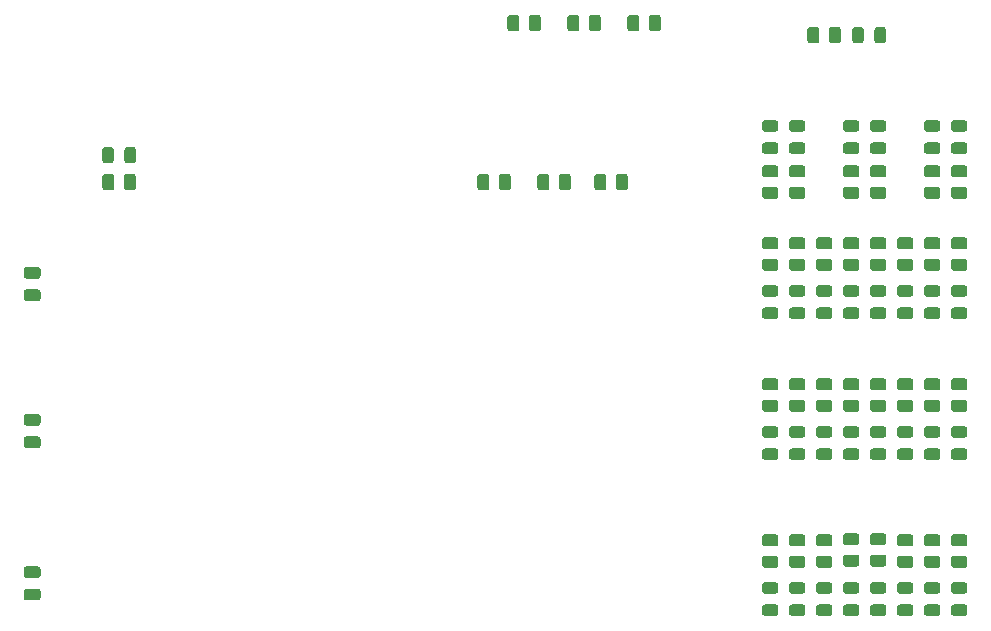
<source format=gbr>
%TF.GenerationSoftware,KiCad,Pcbnew,(5.1.9-0-10_14)*%
%TF.CreationDate,2021-07-04T10:57:10-04:00*%
%TF.ProjectId,register-smd,72656769-7374-4657-922d-736d642e6b69,rev?*%
%TF.SameCoordinates,Original*%
%TF.FileFunction,Paste,Top*%
%TF.FilePolarity,Positive*%
%FSLAX46Y46*%
G04 Gerber Fmt 4.6, Leading zero omitted, Abs format (unit mm)*
G04 Created by KiCad (PCBNEW (5.1.9-0-10_14)) date 2021-07-04 10:57:10*
%MOMM*%
%LPD*%
G01*
G04 APERTURE LIST*
G04 APERTURE END LIST*
%TO.C,R38*%
G36*
G01*
X71012000Y-63442002D02*
X71012000Y-62541998D01*
G75*
G02*
X71261998Y-62292000I249998J0D01*
G01*
X71787002Y-62292000D01*
G75*
G02*
X72037000Y-62541998I0J-249998D01*
G01*
X72037000Y-63442002D01*
G75*
G02*
X71787002Y-63692000I-249998J0D01*
G01*
X71261998Y-63692000D01*
G75*
G02*
X71012000Y-63442002I0J249998D01*
G01*
G37*
G36*
G01*
X69187000Y-63442002D02*
X69187000Y-62541998D01*
G75*
G02*
X69436998Y-62292000I249998J0D01*
G01*
X69962002Y-62292000D01*
G75*
G02*
X70212000Y-62541998I0J-249998D01*
G01*
X70212000Y-63442002D01*
G75*
G02*
X69962002Y-63692000I-249998J0D01*
G01*
X69436998Y-63692000D01*
G75*
G02*
X69187000Y-63442002I0J249998D01*
G01*
G37*
%TD*%
%TO.C,D32*%
G36*
G01*
X71062000Y-61162250D02*
X71062000Y-60249750D01*
G75*
G02*
X71305750Y-60006000I243750J0D01*
G01*
X71793250Y-60006000D01*
G75*
G02*
X72037000Y-60249750I0J-243750D01*
G01*
X72037000Y-61162250D01*
G75*
G02*
X71793250Y-61406000I-243750J0D01*
G01*
X71305750Y-61406000D01*
G75*
G02*
X71062000Y-61162250I0J243750D01*
G01*
G37*
G36*
G01*
X69187000Y-61162250D02*
X69187000Y-60249750D01*
G75*
G02*
X69430750Y-60006000I243750J0D01*
G01*
X69918250Y-60006000D01*
G75*
G02*
X70162000Y-60249750I0J-243750D01*
G01*
X70162000Y-61162250D01*
G75*
G02*
X69918250Y-61406000I-243750J0D01*
G01*
X69430750Y-61406000D01*
G75*
G02*
X69187000Y-61162250I0J243750D01*
G01*
G37*
%TD*%
%TO.C,R37*%
G36*
G01*
X104502000Y-49079998D02*
X104502000Y-49980002D01*
G75*
G02*
X104252002Y-50230000I-249998J0D01*
G01*
X103726998Y-50230000D01*
G75*
G02*
X103477000Y-49980002I0J249998D01*
G01*
X103477000Y-49079998D01*
G75*
G02*
X103726998Y-48830000I249998J0D01*
G01*
X104252002Y-48830000D01*
G75*
G02*
X104502000Y-49079998I0J-249998D01*
G01*
G37*
G36*
G01*
X106327000Y-49079998D02*
X106327000Y-49980002D01*
G75*
G02*
X106077002Y-50230000I-249998J0D01*
G01*
X105551998Y-50230000D01*
G75*
G02*
X105302000Y-49980002I0J249998D01*
G01*
X105302000Y-49079998D01*
G75*
G02*
X105551998Y-48830000I249998J0D01*
G01*
X106077002Y-48830000D01*
G75*
G02*
X106327000Y-49079998I0J-249998D01*
G01*
G37*
%TD*%
%TO.C,R36*%
G36*
G01*
X109582000Y-49079998D02*
X109582000Y-49980002D01*
G75*
G02*
X109332002Y-50230000I-249998J0D01*
G01*
X108806998Y-50230000D01*
G75*
G02*
X108557000Y-49980002I0J249998D01*
G01*
X108557000Y-49079998D01*
G75*
G02*
X108806998Y-48830000I249998J0D01*
G01*
X109332002Y-48830000D01*
G75*
G02*
X109582000Y-49079998I0J-249998D01*
G01*
G37*
G36*
G01*
X111407000Y-49079998D02*
X111407000Y-49980002D01*
G75*
G02*
X111157002Y-50230000I-249998J0D01*
G01*
X110631998Y-50230000D01*
G75*
G02*
X110382000Y-49980002I0J249998D01*
G01*
X110382000Y-49079998D01*
G75*
G02*
X110631998Y-48830000I249998J0D01*
G01*
X111157002Y-48830000D01*
G75*
G02*
X111407000Y-49079998I0J-249998D01*
G01*
G37*
%TD*%
%TO.C,R35*%
G36*
G01*
X114662000Y-49079998D02*
X114662000Y-49980002D01*
G75*
G02*
X114412002Y-50230000I-249998J0D01*
G01*
X113886998Y-50230000D01*
G75*
G02*
X113637000Y-49980002I0J249998D01*
G01*
X113637000Y-49079998D01*
G75*
G02*
X113886998Y-48830000I249998J0D01*
G01*
X114412002Y-48830000D01*
G75*
G02*
X114662000Y-49079998I0J-249998D01*
G01*
G37*
G36*
G01*
X116487000Y-49079998D02*
X116487000Y-49980002D01*
G75*
G02*
X116237002Y-50230000I-249998J0D01*
G01*
X115711998Y-50230000D01*
G75*
G02*
X115462000Y-49980002I0J249998D01*
G01*
X115462000Y-49079998D01*
G75*
G02*
X115711998Y-48830000I249998J0D01*
G01*
X116237002Y-48830000D01*
G75*
G02*
X116487000Y-49079998I0J-249998D01*
G01*
G37*
%TD*%
%TO.C,R34*%
G36*
G01*
X111868000Y-62541998D02*
X111868000Y-63442002D01*
G75*
G02*
X111618002Y-63692000I-249998J0D01*
G01*
X111092998Y-63692000D01*
G75*
G02*
X110843000Y-63442002I0J249998D01*
G01*
X110843000Y-62541998D01*
G75*
G02*
X111092998Y-62292000I249998J0D01*
G01*
X111618002Y-62292000D01*
G75*
G02*
X111868000Y-62541998I0J-249998D01*
G01*
G37*
G36*
G01*
X113693000Y-62541998D02*
X113693000Y-63442002D01*
G75*
G02*
X113443002Y-63692000I-249998J0D01*
G01*
X112917998Y-63692000D01*
G75*
G02*
X112668000Y-63442002I0J249998D01*
G01*
X112668000Y-62541998D01*
G75*
G02*
X112917998Y-62292000I249998J0D01*
G01*
X113443002Y-62292000D01*
G75*
G02*
X113693000Y-62541998I0J-249998D01*
G01*
G37*
%TD*%
%TO.C,R33*%
G36*
G01*
X107042000Y-62541998D02*
X107042000Y-63442002D01*
G75*
G02*
X106792002Y-63692000I-249998J0D01*
G01*
X106266998Y-63692000D01*
G75*
G02*
X106017000Y-63442002I0J249998D01*
G01*
X106017000Y-62541998D01*
G75*
G02*
X106266998Y-62292000I249998J0D01*
G01*
X106792002Y-62292000D01*
G75*
G02*
X107042000Y-62541998I0J-249998D01*
G01*
G37*
G36*
G01*
X108867000Y-62541998D02*
X108867000Y-63442002D01*
G75*
G02*
X108617002Y-63692000I-249998J0D01*
G01*
X108091998Y-63692000D01*
G75*
G02*
X107842000Y-63442002I0J249998D01*
G01*
X107842000Y-62541998D01*
G75*
G02*
X108091998Y-62292000I249998J0D01*
G01*
X108617002Y-62292000D01*
G75*
G02*
X108867000Y-62541998I0J-249998D01*
G01*
G37*
%TD*%
%TO.C,R32*%
G36*
G01*
X101962000Y-62541998D02*
X101962000Y-63442002D01*
G75*
G02*
X101712002Y-63692000I-249998J0D01*
G01*
X101186998Y-63692000D01*
G75*
G02*
X100937000Y-63442002I0J249998D01*
G01*
X100937000Y-62541998D01*
G75*
G02*
X101186998Y-62292000I249998J0D01*
G01*
X101712002Y-62292000D01*
G75*
G02*
X101962000Y-62541998I0J-249998D01*
G01*
G37*
G36*
G01*
X103787000Y-62541998D02*
X103787000Y-63442002D01*
G75*
G02*
X103537002Y-63692000I-249998J0D01*
G01*
X103011998Y-63692000D01*
G75*
G02*
X102762000Y-63442002I0J249998D01*
G01*
X102762000Y-62541998D01*
G75*
G02*
X103011998Y-62292000I249998J0D01*
G01*
X103537002Y-62292000D01*
G75*
G02*
X103787000Y-62541998I0J-249998D01*
G01*
G37*
%TD*%
%TO.C,R31*%
G36*
G01*
X141281998Y-63392000D02*
X142182002Y-63392000D01*
G75*
G02*
X142432000Y-63641998I0J-249998D01*
G01*
X142432000Y-64167002D01*
G75*
G02*
X142182002Y-64417000I-249998J0D01*
G01*
X141281998Y-64417000D01*
G75*
G02*
X141032000Y-64167002I0J249998D01*
G01*
X141032000Y-63641998D01*
G75*
G02*
X141281998Y-63392000I249998J0D01*
G01*
G37*
G36*
G01*
X141281998Y-61567000D02*
X142182002Y-61567000D01*
G75*
G02*
X142432000Y-61816998I0J-249998D01*
G01*
X142432000Y-62342002D01*
G75*
G02*
X142182002Y-62592000I-249998J0D01*
G01*
X141281998Y-62592000D01*
G75*
G02*
X141032000Y-62342002I0J249998D01*
G01*
X141032000Y-61816998D01*
G75*
G02*
X141281998Y-61567000I249998J0D01*
G01*
G37*
%TD*%
%TO.C,R30*%
G36*
G01*
X138995998Y-63392000D02*
X139896002Y-63392000D01*
G75*
G02*
X140146000Y-63641998I0J-249998D01*
G01*
X140146000Y-64167002D01*
G75*
G02*
X139896002Y-64417000I-249998J0D01*
G01*
X138995998Y-64417000D01*
G75*
G02*
X138746000Y-64167002I0J249998D01*
G01*
X138746000Y-63641998D01*
G75*
G02*
X138995998Y-63392000I249998J0D01*
G01*
G37*
G36*
G01*
X138995998Y-61567000D02*
X139896002Y-61567000D01*
G75*
G02*
X140146000Y-61816998I0J-249998D01*
G01*
X140146000Y-62342002D01*
G75*
G02*
X139896002Y-62592000I-249998J0D01*
G01*
X138995998Y-62592000D01*
G75*
G02*
X138746000Y-62342002I0J249998D01*
G01*
X138746000Y-61816998D01*
G75*
G02*
X138995998Y-61567000I249998J0D01*
G01*
G37*
%TD*%
%TO.C,R29*%
G36*
G01*
X126180002Y-93834000D02*
X125279998Y-93834000D01*
G75*
G02*
X125030000Y-93584002I0J249998D01*
G01*
X125030000Y-93058998D01*
G75*
G02*
X125279998Y-92809000I249998J0D01*
G01*
X126180002Y-92809000D01*
G75*
G02*
X126430000Y-93058998I0J-249998D01*
G01*
X126430000Y-93584002D01*
G75*
G02*
X126180002Y-93834000I-249998J0D01*
G01*
G37*
G36*
G01*
X126180002Y-95659000D02*
X125279998Y-95659000D01*
G75*
G02*
X125030000Y-95409002I0J249998D01*
G01*
X125030000Y-94883998D01*
G75*
G02*
X125279998Y-94634000I249998J0D01*
G01*
X126180002Y-94634000D01*
G75*
G02*
X126430000Y-94883998I0J-249998D01*
G01*
X126430000Y-95409002D01*
G75*
G02*
X126180002Y-95659000I-249998J0D01*
G01*
G37*
%TD*%
%TO.C,R28*%
G36*
G01*
X128466002Y-93834000D02*
X127565998Y-93834000D01*
G75*
G02*
X127316000Y-93584002I0J249998D01*
G01*
X127316000Y-93058998D01*
G75*
G02*
X127565998Y-92809000I249998J0D01*
G01*
X128466002Y-92809000D01*
G75*
G02*
X128716000Y-93058998I0J-249998D01*
G01*
X128716000Y-93584002D01*
G75*
G02*
X128466002Y-93834000I-249998J0D01*
G01*
G37*
G36*
G01*
X128466002Y-95659000D02*
X127565998Y-95659000D01*
G75*
G02*
X127316000Y-95409002I0J249998D01*
G01*
X127316000Y-94883998D01*
G75*
G02*
X127565998Y-94634000I249998J0D01*
G01*
X128466002Y-94634000D01*
G75*
G02*
X128716000Y-94883998I0J-249998D01*
G01*
X128716000Y-95409002D01*
G75*
G02*
X128466002Y-95659000I-249998J0D01*
G01*
G37*
%TD*%
%TO.C,R27*%
G36*
G01*
X130752002Y-93834000D02*
X129851998Y-93834000D01*
G75*
G02*
X129602000Y-93584002I0J249998D01*
G01*
X129602000Y-93058998D01*
G75*
G02*
X129851998Y-92809000I249998J0D01*
G01*
X130752002Y-92809000D01*
G75*
G02*
X131002000Y-93058998I0J-249998D01*
G01*
X131002000Y-93584002D01*
G75*
G02*
X130752002Y-93834000I-249998J0D01*
G01*
G37*
G36*
G01*
X130752002Y-95659000D02*
X129851998Y-95659000D01*
G75*
G02*
X129602000Y-95409002I0J249998D01*
G01*
X129602000Y-94883998D01*
G75*
G02*
X129851998Y-94634000I249998J0D01*
G01*
X130752002Y-94634000D01*
G75*
G02*
X131002000Y-94883998I0J-249998D01*
G01*
X131002000Y-95409002D01*
G75*
G02*
X130752002Y-95659000I-249998J0D01*
G01*
G37*
%TD*%
%TO.C,R26*%
G36*
G01*
X133038002Y-93730500D02*
X132137998Y-93730500D01*
G75*
G02*
X131888000Y-93480502I0J249998D01*
G01*
X131888000Y-92955498D01*
G75*
G02*
X132137998Y-92705500I249998J0D01*
G01*
X133038002Y-92705500D01*
G75*
G02*
X133288000Y-92955498I0J-249998D01*
G01*
X133288000Y-93480502D01*
G75*
G02*
X133038002Y-93730500I-249998J0D01*
G01*
G37*
G36*
G01*
X133038002Y-95555500D02*
X132137998Y-95555500D01*
G75*
G02*
X131888000Y-95305502I0J249998D01*
G01*
X131888000Y-94780498D01*
G75*
G02*
X132137998Y-94530500I249998J0D01*
G01*
X133038002Y-94530500D01*
G75*
G02*
X133288000Y-94780498I0J-249998D01*
G01*
X133288000Y-95305502D01*
G75*
G02*
X133038002Y-95555500I-249998J0D01*
G01*
G37*
%TD*%
%TO.C,R25*%
G36*
G01*
X135324002Y-93730500D02*
X134423998Y-93730500D01*
G75*
G02*
X134174000Y-93480502I0J249998D01*
G01*
X134174000Y-92955498D01*
G75*
G02*
X134423998Y-92705500I249998J0D01*
G01*
X135324002Y-92705500D01*
G75*
G02*
X135574000Y-92955498I0J-249998D01*
G01*
X135574000Y-93480502D01*
G75*
G02*
X135324002Y-93730500I-249998J0D01*
G01*
G37*
G36*
G01*
X135324002Y-95555500D02*
X134423998Y-95555500D01*
G75*
G02*
X134174000Y-95305502I0J249998D01*
G01*
X134174000Y-94780498D01*
G75*
G02*
X134423998Y-94530500I249998J0D01*
G01*
X135324002Y-94530500D01*
G75*
G02*
X135574000Y-94780498I0J-249998D01*
G01*
X135574000Y-95305502D01*
G75*
G02*
X135324002Y-95555500I-249998J0D01*
G01*
G37*
%TD*%
%TO.C,R24*%
G36*
G01*
X137610002Y-93834000D02*
X136709998Y-93834000D01*
G75*
G02*
X136460000Y-93584002I0J249998D01*
G01*
X136460000Y-93058998D01*
G75*
G02*
X136709998Y-92809000I249998J0D01*
G01*
X137610002Y-92809000D01*
G75*
G02*
X137860000Y-93058998I0J-249998D01*
G01*
X137860000Y-93584002D01*
G75*
G02*
X137610002Y-93834000I-249998J0D01*
G01*
G37*
G36*
G01*
X137610002Y-95659000D02*
X136709998Y-95659000D01*
G75*
G02*
X136460000Y-95409002I0J249998D01*
G01*
X136460000Y-94883998D01*
G75*
G02*
X136709998Y-94634000I249998J0D01*
G01*
X137610002Y-94634000D01*
G75*
G02*
X137860000Y-94883998I0J-249998D01*
G01*
X137860000Y-95409002D01*
G75*
G02*
X137610002Y-95659000I-249998J0D01*
G01*
G37*
%TD*%
%TO.C,R23*%
G36*
G01*
X139896002Y-93834000D02*
X138995998Y-93834000D01*
G75*
G02*
X138746000Y-93584002I0J249998D01*
G01*
X138746000Y-93058998D01*
G75*
G02*
X138995998Y-92809000I249998J0D01*
G01*
X139896002Y-92809000D01*
G75*
G02*
X140146000Y-93058998I0J-249998D01*
G01*
X140146000Y-93584002D01*
G75*
G02*
X139896002Y-93834000I-249998J0D01*
G01*
G37*
G36*
G01*
X139896002Y-95659000D02*
X138995998Y-95659000D01*
G75*
G02*
X138746000Y-95409002I0J249998D01*
G01*
X138746000Y-94883998D01*
G75*
G02*
X138995998Y-94634000I249998J0D01*
G01*
X139896002Y-94634000D01*
G75*
G02*
X140146000Y-94883998I0J-249998D01*
G01*
X140146000Y-95409002D01*
G75*
G02*
X139896002Y-95659000I-249998J0D01*
G01*
G37*
%TD*%
%TO.C,R22*%
G36*
G01*
X142182002Y-93834000D02*
X141281998Y-93834000D01*
G75*
G02*
X141032000Y-93584002I0J249998D01*
G01*
X141032000Y-93058998D01*
G75*
G02*
X141281998Y-92809000I249998J0D01*
G01*
X142182002Y-92809000D01*
G75*
G02*
X142432000Y-93058998I0J-249998D01*
G01*
X142432000Y-93584002D01*
G75*
G02*
X142182002Y-93834000I-249998J0D01*
G01*
G37*
G36*
G01*
X142182002Y-95659000D02*
X141281998Y-95659000D01*
G75*
G02*
X141032000Y-95409002I0J249998D01*
G01*
X141032000Y-94883998D01*
G75*
G02*
X141281998Y-94634000I249998J0D01*
G01*
X142182002Y-94634000D01*
G75*
G02*
X142432000Y-94883998I0J-249998D01*
G01*
X142432000Y-95409002D01*
G75*
G02*
X142182002Y-95659000I-249998J0D01*
G01*
G37*
%TD*%
%TO.C,D31*%
G36*
G01*
X142188250Y-58732000D02*
X141275750Y-58732000D01*
G75*
G02*
X141032000Y-58488250I0J243750D01*
G01*
X141032000Y-58000750D01*
G75*
G02*
X141275750Y-57757000I243750J0D01*
G01*
X142188250Y-57757000D01*
G75*
G02*
X142432000Y-58000750I0J-243750D01*
G01*
X142432000Y-58488250D01*
G75*
G02*
X142188250Y-58732000I-243750J0D01*
G01*
G37*
G36*
G01*
X142188250Y-60607000D02*
X141275750Y-60607000D01*
G75*
G02*
X141032000Y-60363250I0J243750D01*
G01*
X141032000Y-59875750D01*
G75*
G02*
X141275750Y-59632000I243750J0D01*
G01*
X142188250Y-59632000D01*
G75*
G02*
X142432000Y-59875750I0J-243750D01*
G01*
X142432000Y-60363250D01*
G75*
G02*
X142188250Y-60607000I-243750J0D01*
G01*
G37*
%TD*%
%TO.C,D30*%
G36*
G01*
X139902250Y-58732000D02*
X138989750Y-58732000D01*
G75*
G02*
X138746000Y-58488250I0J243750D01*
G01*
X138746000Y-58000750D01*
G75*
G02*
X138989750Y-57757000I243750J0D01*
G01*
X139902250Y-57757000D01*
G75*
G02*
X140146000Y-58000750I0J-243750D01*
G01*
X140146000Y-58488250D01*
G75*
G02*
X139902250Y-58732000I-243750J0D01*
G01*
G37*
G36*
G01*
X139902250Y-60607000D02*
X138989750Y-60607000D01*
G75*
G02*
X138746000Y-60363250I0J243750D01*
G01*
X138746000Y-59875750D01*
G75*
G02*
X138989750Y-59632000I243750J0D01*
G01*
X139902250Y-59632000D01*
G75*
G02*
X140146000Y-59875750I0J-243750D01*
G01*
X140146000Y-60363250D01*
G75*
G02*
X139902250Y-60607000I-243750J0D01*
G01*
G37*
%TD*%
%TO.C,D29*%
G36*
G01*
X125273750Y-98748000D02*
X126186250Y-98748000D01*
G75*
G02*
X126430000Y-98991750I0J-243750D01*
G01*
X126430000Y-99479250D01*
G75*
G02*
X126186250Y-99723000I-243750J0D01*
G01*
X125273750Y-99723000D01*
G75*
G02*
X125030000Y-99479250I0J243750D01*
G01*
X125030000Y-98991750D01*
G75*
G02*
X125273750Y-98748000I243750J0D01*
G01*
G37*
G36*
G01*
X125273750Y-96873000D02*
X126186250Y-96873000D01*
G75*
G02*
X126430000Y-97116750I0J-243750D01*
G01*
X126430000Y-97604250D01*
G75*
G02*
X126186250Y-97848000I-243750J0D01*
G01*
X125273750Y-97848000D01*
G75*
G02*
X125030000Y-97604250I0J243750D01*
G01*
X125030000Y-97116750D01*
G75*
G02*
X125273750Y-96873000I243750J0D01*
G01*
G37*
%TD*%
%TO.C,D28*%
G36*
G01*
X127559750Y-98748000D02*
X128472250Y-98748000D01*
G75*
G02*
X128716000Y-98991750I0J-243750D01*
G01*
X128716000Y-99479250D01*
G75*
G02*
X128472250Y-99723000I-243750J0D01*
G01*
X127559750Y-99723000D01*
G75*
G02*
X127316000Y-99479250I0J243750D01*
G01*
X127316000Y-98991750D01*
G75*
G02*
X127559750Y-98748000I243750J0D01*
G01*
G37*
G36*
G01*
X127559750Y-96873000D02*
X128472250Y-96873000D01*
G75*
G02*
X128716000Y-97116750I0J-243750D01*
G01*
X128716000Y-97604250D01*
G75*
G02*
X128472250Y-97848000I-243750J0D01*
G01*
X127559750Y-97848000D01*
G75*
G02*
X127316000Y-97604250I0J243750D01*
G01*
X127316000Y-97116750D01*
G75*
G02*
X127559750Y-96873000I243750J0D01*
G01*
G37*
%TD*%
%TO.C,D27*%
G36*
G01*
X129845750Y-98748000D02*
X130758250Y-98748000D01*
G75*
G02*
X131002000Y-98991750I0J-243750D01*
G01*
X131002000Y-99479250D01*
G75*
G02*
X130758250Y-99723000I-243750J0D01*
G01*
X129845750Y-99723000D01*
G75*
G02*
X129602000Y-99479250I0J243750D01*
G01*
X129602000Y-98991750D01*
G75*
G02*
X129845750Y-98748000I243750J0D01*
G01*
G37*
G36*
G01*
X129845750Y-96873000D02*
X130758250Y-96873000D01*
G75*
G02*
X131002000Y-97116750I0J-243750D01*
G01*
X131002000Y-97604250D01*
G75*
G02*
X130758250Y-97848000I-243750J0D01*
G01*
X129845750Y-97848000D01*
G75*
G02*
X129602000Y-97604250I0J243750D01*
G01*
X129602000Y-97116750D01*
G75*
G02*
X129845750Y-96873000I243750J0D01*
G01*
G37*
%TD*%
%TO.C,D26*%
G36*
G01*
X132131750Y-98748000D02*
X133044250Y-98748000D01*
G75*
G02*
X133288000Y-98991750I0J-243750D01*
G01*
X133288000Y-99479250D01*
G75*
G02*
X133044250Y-99723000I-243750J0D01*
G01*
X132131750Y-99723000D01*
G75*
G02*
X131888000Y-99479250I0J243750D01*
G01*
X131888000Y-98991750D01*
G75*
G02*
X132131750Y-98748000I243750J0D01*
G01*
G37*
G36*
G01*
X132131750Y-96873000D02*
X133044250Y-96873000D01*
G75*
G02*
X133288000Y-97116750I0J-243750D01*
G01*
X133288000Y-97604250D01*
G75*
G02*
X133044250Y-97848000I-243750J0D01*
G01*
X132131750Y-97848000D01*
G75*
G02*
X131888000Y-97604250I0J243750D01*
G01*
X131888000Y-97116750D01*
G75*
G02*
X132131750Y-96873000I243750J0D01*
G01*
G37*
%TD*%
%TO.C,D25*%
G36*
G01*
X134417750Y-98748000D02*
X135330250Y-98748000D01*
G75*
G02*
X135574000Y-98991750I0J-243750D01*
G01*
X135574000Y-99479250D01*
G75*
G02*
X135330250Y-99723000I-243750J0D01*
G01*
X134417750Y-99723000D01*
G75*
G02*
X134174000Y-99479250I0J243750D01*
G01*
X134174000Y-98991750D01*
G75*
G02*
X134417750Y-98748000I243750J0D01*
G01*
G37*
G36*
G01*
X134417750Y-96873000D02*
X135330250Y-96873000D01*
G75*
G02*
X135574000Y-97116750I0J-243750D01*
G01*
X135574000Y-97604250D01*
G75*
G02*
X135330250Y-97848000I-243750J0D01*
G01*
X134417750Y-97848000D01*
G75*
G02*
X134174000Y-97604250I0J243750D01*
G01*
X134174000Y-97116750D01*
G75*
G02*
X134417750Y-96873000I243750J0D01*
G01*
G37*
%TD*%
%TO.C,D24*%
G36*
G01*
X136703750Y-98748000D02*
X137616250Y-98748000D01*
G75*
G02*
X137860000Y-98991750I0J-243750D01*
G01*
X137860000Y-99479250D01*
G75*
G02*
X137616250Y-99723000I-243750J0D01*
G01*
X136703750Y-99723000D01*
G75*
G02*
X136460000Y-99479250I0J243750D01*
G01*
X136460000Y-98991750D01*
G75*
G02*
X136703750Y-98748000I243750J0D01*
G01*
G37*
G36*
G01*
X136703750Y-96873000D02*
X137616250Y-96873000D01*
G75*
G02*
X137860000Y-97116750I0J-243750D01*
G01*
X137860000Y-97604250D01*
G75*
G02*
X137616250Y-97848000I-243750J0D01*
G01*
X136703750Y-97848000D01*
G75*
G02*
X136460000Y-97604250I0J243750D01*
G01*
X136460000Y-97116750D01*
G75*
G02*
X136703750Y-96873000I243750J0D01*
G01*
G37*
%TD*%
%TO.C,D23*%
G36*
G01*
X138989750Y-98748000D02*
X139902250Y-98748000D01*
G75*
G02*
X140146000Y-98991750I0J-243750D01*
G01*
X140146000Y-99479250D01*
G75*
G02*
X139902250Y-99723000I-243750J0D01*
G01*
X138989750Y-99723000D01*
G75*
G02*
X138746000Y-99479250I0J243750D01*
G01*
X138746000Y-98991750D01*
G75*
G02*
X138989750Y-98748000I243750J0D01*
G01*
G37*
G36*
G01*
X138989750Y-96873000D02*
X139902250Y-96873000D01*
G75*
G02*
X140146000Y-97116750I0J-243750D01*
G01*
X140146000Y-97604250D01*
G75*
G02*
X139902250Y-97848000I-243750J0D01*
G01*
X138989750Y-97848000D01*
G75*
G02*
X138746000Y-97604250I0J243750D01*
G01*
X138746000Y-97116750D01*
G75*
G02*
X138989750Y-96873000I243750J0D01*
G01*
G37*
%TD*%
%TO.C,D22*%
G36*
G01*
X141275750Y-98748000D02*
X142188250Y-98748000D01*
G75*
G02*
X142432000Y-98991750I0J-243750D01*
G01*
X142432000Y-99479250D01*
G75*
G02*
X142188250Y-99723000I-243750J0D01*
G01*
X141275750Y-99723000D01*
G75*
G02*
X141032000Y-99479250I0J243750D01*
G01*
X141032000Y-98991750D01*
G75*
G02*
X141275750Y-98748000I243750J0D01*
G01*
G37*
G36*
G01*
X141275750Y-96873000D02*
X142188250Y-96873000D01*
G75*
G02*
X142432000Y-97116750I0J-243750D01*
G01*
X142432000Y-97604250D01*
G75*
G02*
X142188250Y-97848000I-243750J0D01*
G01*
X141275750Y-97848000D01*
G75*
G02*
X141032000Y-97604250I0J243750D01*
G01*
X141032000Y-97116750D01*
G75*
G02*
X141275750Y-96873000I243750J0D01*
G01*
G37*
%TD*%
%TO.C,R21*%
G36*
G01*
X134423998Y-63392000D02*
X135324002Y-63392000D01*
G75*
G02*
X135574000Y-63641998I0J-249998D01*
G01*
X135574000Y-64167002D01*
G75*
G02*
X135324002Y-64417000I-249998J0D01*
G01*
X134423998Y-64417000D01*
G75*
G02*
X134174000Y-64167002I0J249998D01*
G01*
X134174000Y-63641998D01*
G75*
G02*
X134423998Y-63392000I249998J0D01*
G01*
G37*
G36*
G01*
X134423998Y-61567000D02*
X135324002Y-61567000D01*
G75*
G02*
X135574000Y-61816998I0J-249998D01*
G01*
X135574000Y-62342002D01*
G75*
G02*
X135324002Y-62592000I-249998J0D01*
G01*
X134423998Y-62592000D01*
G75*
G02*
X134174000Y-62342002I0J249998D01*
G01*
X134174000Y-61816998D01*
G75*
G02*
X134423998Y-61567000I249998J0D01*
G01*
G37*
%TD*%
%TO.C,R20*%
G36*
G01*
X132137998Y-63392000D02*
X133038002Y-63392000D01*
G75*
G02*
X133288000Y-63641998I0J-249998D01*
G01*
X133288000Y-64167002D01*
G75*
G02*
X133038002Y-64417000I-249998J0D01*
G01*
X132137998Y-64417000D01*
G75*
G02*
X131888000Y-64167002I0J249998D01*
G01*
X131888000Y-63641998D01*
G75*
G02*
X132137998Y-63392000I249998J0D01*
G01*
G37*
G36*
G01*
X132137998Y-61567000D02*
X133038002Y-61567000D01*
G75*
G02*
X133288000Y-61816998I0J-249998D01*
G01*
X133288000Y-62342002D01*
G75*
G02*
X133038002Y-62592000I-249998J0D01*
G01*
X132137998Y-62592000D01*
G75*
G02*
X131888000Y-62342002I0J249998D01*
G01*
X131888000Y-61816998D01*
G75*
G02*
X132137998Y-61567000I249998J0D01*
G01*
G37*
%TD*%
%TO.C,R19*%
G36*
G01*
X126180002Y-80626000D02*
X125279998Y-80626000D01*
G75*
G02*
X125030000Y-80376002I0J249998D01*
G01*
X125030000Y-79850998D01*
G75*
G02*
X125279998Y-79601000I249998J0D01*
G01*
X126180002Y-79601000D01*
G75*
G02*
X126430000Y-79850998I0J-249998D01*
G01*
X126430000Y-80376002D01*
G75*
G02*
X126180002Y-80626000I-249998J0D01*
G01*
G37*
G36*
G01*
X126180002Y-82451000D02*
X125279998Y-82451000D01*
G75*
G02*
X125030000Y-82201002I0J249998D01*
G01*
X125030000Y-81675998D01*
G75*
G02*
X125279998Y-81426000I249998J0D01*
G01*
X126180002Y-81426000D01*
G75*
G02*
X126430000Y-81675998I0J-249998D01*
G01*
X126430000Y-82201002D01*
G75*
G02*
X126180002Y-82451000I-249998J0D01*
G01*
G37*
%TD*%
%TO.C,R18*%
G36*
G01*
X128466002Y-80626000D02*
X127565998Y-80626000D01*
G75*
G02*
X127316000Y-80376002I0J249998D01*
G01*
X127316000Y-79850998D01*
G75*
G02*
X127565998Y-79601000I249998J0D01*
G01*
X128466002Y-79601000D01*
G75*
G02*
X128716000Y-79850998I0J-249998D01*
G01*
X128716000Y-80376002D01*
G75*
G02*
X128466002Y-80626000I-249998J0D01*
G01*
G37*
G36*
G01*
X128466002Y-82451000D02*
X127565998Y-82451000D01*
G75*
G02*
X127316000Y-82201002I0J249998D01*
G01*
X127316000Y-81675998D01*
G75*
G02*
X127565998Y-81426000I249998J0D01*
G01*
X128466002Y-81426000D01*
G75*
G02*
X128716000Y-81675998I0J-249998D01*
G01*
X128716000Y-82201002D01*
G75*
G02*
X128466002Y-82451000I-249998J0D01*
G01*
G37*
%TD*%
%TO.C,R17*%
G36*
G01*
X130752002Y-80626000D02*
X129851998Y-80626000D01*
G75*
G02*
X129602000Y-80376002I0J249998D01*
G01*
X129602000Y-79850998D01*
G75*
G02*
X129851998Y-79601000I249998J0D01*
G01*
X130752002Y-79601000D01*
G75*
G02*
X131002000Y-79850998I0J-249998D01*
G01*
X131002000Y-80376002D01*
G75*
G02*
X130752002Y-80626000I-249998J0D01*
G01*
G37*
G36*
G01*
X130752002Y-82451000D02*
X129851998Y-82451000D01*
G75*
G02*
X129602000Y-82201002I0J249998D01*
G01*
X129602000Y-81675998D01*
G75*
G02*
X129851998Y-81426000I249998J0D01*
G01*
X130752002Y-81426000D01*
G75*
G02*
X131002000Y-81675998I0J-249998D01*
G01*
X131002000Y-82201002D01*
G75*
G02*
X130752002Y-82451000I-249998J0D01*
G01*
G37*
%TD*%
%TO.C,R16*%
G36*
G01*
X133038002Y-80626000D02*
X132137998Y-80626000D01*
G75*
G02*
X131888000Y-80376002I0J249998D01*
G01*
X131888000Y-79850998D01*
G75*
G02*
X132137998Y-79601000I249998J0D01*
G01*
X133038002Y-79601000D01*
G75*
G02*
X133288000Y-79850998I0J-249998D01*
G01*
X133288000Y-80376002D01*
G75*
G02*
X133038002Y-80626000I-249998J0D01*
G01*
G37*
G36*
G01*
X133038002Y-82451000D02*
X132137998Y-82451000D01*
G75*
G02*
X131888000Y-82201002I0J249998D01*
G01*
X131888000Y-81675998D01*
G75*
G02*
X132137998Y-81426000I249998J0D01*
G01*
X133038002Y-81426000D01*
G75*
G02*
X133288000Y-81675998I0J-249998D01*
G01*
X133288000Y-82201002D01*
G75*
G02*
X133038002Y-82451000I-249998J0D01*
G01*
G37*
%TD*%
%TO.C,R15*%
G36*
G01*
X135324002Y-80626000D02*
X134423998Y-80626000D01*
G75*
G02*
X134174000Y-80376002I0J249998D01*
G01*
X134174000Y-79850998D01*
G75*
G02*
X134423998Y-79601000I249998J0D01*
G01*
X135324002Y-79601000D01*
G75*
G02*
X135574000Y-79850998I0J-249998D01*
G01*
X135574000Y-80376002D01*
G75*
G02*
X135324002Y-80626000I-249998J0D01*
G01*
G37*
G36*
G01*
X135324002Y-82451000D02*
X134423998Y-82451000D01*
G75*
G02*
X134174000Y-82201002I0J249998D01*
G01*
X134174000Y-81675998D01*
G75*
G02*
X134423998Y-81426000I249998J0D01*
G01*
X135324002Y-81426000D01*
G75*
G02*
X135574000Y-81675998I0J-249998D01*
G01*
X135574000Y-82201002D01*
G75*
G02*
X135324002Y-82451000I-249998J0D01*
G01*
G37*
%TD*%
%TO.C,R14*%
G36*
G01*
X137610002Y-80626000D02*
X136709998Y-80626000D01*
G75*
G02*
X136460000Y-80376002I0J249998D01*
G01*
X136460000Y-79850998D01*
G75*
G02*
X136709998Y-79601000I249998J0D01*
G01*
X137610002Y-79601000D01*
G75*
G02*
X137860000Y-79850998I0J-249998D01*
G01*
X137860000Y-80376002D01*
G75*
G02*
X137610002Y-80626000I-249998J0D01*
G01*
G37*
G36*
G01*
X137610002Y-82451000D02*
X136709998Y-82451000D01*
G75*
G02*
X136460000Y-82201002I0J249998D01*
G01*
X136460000Y-81675998D01*
G75*
G02*
X136709998Y-81426000I249998J0D01*
G01*
X137610002Y-81426000D01*
G75*
G02*
X137860000Y-81675998I0J-249998D01*
G01*
X137860000Y-82201002D01*
G75*
G02*
X137610002Y-82451000I-249998J0D01*
G01*
G37*
%TD*%
%TO.C,R13*%
G36*
G01*
X139896002Y-80626000D02*
X138995998Y-80626000D01*
G75*
G02*
X138746000Y-80376002I0J249998D01*
G01*
X138746000Y-79850998D01*
G75*
G02*
X138995998Y-79601000I249998J0D01*
G01*
X139896002Y-79601000D01*
G75*
G02*
X140146000Y-79850998I0J-249998D01*
G01*
X140146000Y-80376002D01*
G75*
G02*
X139896002Y-80626000I-249998J0D01*
G01*
G37*
G36*
G01*
X139896002Y-82451000D02*
X138995998Y-82451000D01*
G75*
G02*
X138746000Y-82201002I0J249998D01*
G01*
X138746000Y-81675998D01*
G75*
G02*
X138995998Y-81426000I249998J0D01*
G01*
X139896002Y-81426000D01*
G75*
G02*
X140146000Y-81675998I0J-249998D01*
G01*
X140146000Y-82201002D01*
G75*
G02*
X139896002Y-82451000I-249998J0D01*
G01*
G37*
%TD*%
%TO.C,R12*%
G36*
G01*
X142182002Y-80626000D02*
X141281998Y-80626000D01*
G75*
G02*
X141032000Y-80376002I0J249998D01*
G01*
X141032000Y-79850998D01*
G75*
G02*
X141281998Y-79601000I249998J0D01*
G01*
X142182002Y-79601000D01*
G75*
G02*
X142432000Y-79850998I0J-249998D01*
G01*
X142432000Y-80376002D01*
G75*
G02*
X142182002Y-80626000I-249998J0D01*
G01*
G37*
G36*
G01*
X142182002Y-82451000D02*
X141281998Y-82451000D01*
G75*
G02*
X141032000Y-82201002I0J249998D01*
G01*
X141032000Y-81675998D01*
G75*
G02*
X141281998Y-81426000I249998J0D01*
G01*
X142182002Y-81426000D01*
G75*
G02*
X142432000Y-81675998I0J-249998D01*
G01*
X142432000Y-82201002D01*
G75*
G02*
X142182002Y-82451000I-249998J0D01*
G01*
G37*
%TD*%
%TO.C,D21*%
G36*
G01*
X135330250Y-58732000D02*
X134417750Y-58732000D01*
G75*
G02*
X134174000Y-58488250I0J243750D01*
G01*
X134174000Y-58000750D01*
G75*
G02*
X134417750Y-57757000I243750J0D01*
G01*
X135330250Y-57757000D01*
G75*
G02*
X135574000Y-58000750I0J-243750D01*
G01*
X135574000Y-58488250D01*
G75*
G02*
X135330250Y-58732000I-243750J0D01*
G01*
G37*
G36*
G01*
X135330250Y-60607000D02*
X134417750Y-60607000D01*
G75*
G02*
X134174000Y-60363250I0J243750D01*
G01*
X134174000Y-59875750D01*
G75*
G02*
X134417750Y-59632000I243750J0D01*
G01*
X135330250Y-59632000D01*
G75*
G02*
X135574000Y-59875750I0J-243750D01*
G01*
X135574000Y-60363250D01*
G75*
G02*
X135330250Y-60607000I-243750J0D01*
G01*
G37*
%TD*%
%TO.C,D20*%
G36*
G01*
X133044250Y-58732000D02*
X132131750Y-58732000D01*
G75*
G02*
X131888000Y-58488250I0J243750D01*
G01*
X131888000Y-58000750D01*
G75*
G02*
X132131750Y-57757000I243750J0D01*
G01*
X133044250Y-57757000D01*
G75*
G02*
X133288000Y-58000750I0J-243750D01*
G01*
X133288000Y-58488250D01*
G75*
G02*
X133044250Y-58732000I-243750J0D01*
G01*
G37*
G36*
G01*
X133044250Y-60607000D02*
X132131750Y-60607000D01*
G75*
G02*
X131888000Y-60363250I0J243750D01*
G01*
X131888000Y-59875750D01*
G75*
G02*
X132131750Y-59632000I243750J0D01*
G01*
X133044250Y-59632000D01*
G75*
G02*
X133288000Y-59875750I0J-243750D01*
G01*
X133288000Y-60363250D01*
G75*
G02*
X133044250Y-60607000I-243750J0D01*
G01*
G37*
%TD*%
%TO.C,D19*%
G36*
G01*
X125273750Y-85540000D02*
X126186250Y-85540000D01*
G75*
G02*
X126430000Y-85783750I0J-243750D01*
G01*
X126430000Y-86271250D01*
G75*
G02*
X126186250Y-86515000I-243750J0D01*
G01*
X125273750Y-86515000D01*
G75*
G02*
X125030000Y-86271250I0J243750D01*
G01*
X125030000Y-85783750D01*
G75*
G02*
X125273750Y-85540000I243750J0D01*
G01*
G37*
G36*
G01*
X125273750Y-83665000D02*
X126186250Y-83665000D01*
G75*
G02*
X126430000Y-83908750I0J-243750D01*
G01*
X126430000Y-84396250D01*
G75*
G02*
X126186250Y-84640000I-243750J0D01*
G01*
X125273750Y-84640000D01*
G75*
G02*
X125030000Y-84396250I0J243750D01*
G01*
X125030000Y-83908750D01*
G75*
G02*
X125273750Y-83665000I243750J0D01*
G01*
G37*
%TD*%
%TO.C,D18*%
G36*
G01*
X127559750Y-85540000D02*
X128472250Y-85540000D01*
G75*
G02*
X128716000Y-85783750I0J-243750D01*
G01*
X128716000Y-86271250D01*
G75*
G02*
X128472250Y-86515000I-243750J0D01*
G01*
X127559750Y-86515000D01*
G75*
G02*
X127316000Y-86271250I0J243750D01*
G01*
X127316000Y-85783750D01*
G75*
G02*
X127559750Y-85540000I243750J0D01*
G01*
G37*
G36*
G01*
X127559750Y-83665000D02*
X128472250Y-83665000D01*
G75*
G02*
X128716000Y-83908750I0J-243750D01*
G01*
X128716000Y-84396250D01*
G75*
G02*
X128472250Y-84640000I-243750J0D01*
G01*
X127559750Y-84640000D01*
G75*
G02*
X127316000Y-84396250I0J243750D01*
G01*
X127316000Y-83908750D01*
G75*
G02*
X127559750Y-83665000I243750J0D01*
G01*
G37*
%TD*%
%TO.C,D17*%
G36*
G01*
X129845750Y-85540000D02*
X130758250Y-85540000D01*
G75*
G02*
X131002000Y-85783750I0J-243750D01*
G01*
X131002000Y-86271250D01*
G75*
G02*
X130758250Y-86515000I-243750J0D01*
G01*
X129845750Y-86515000D01*
G75*
G02*
X129602000Y-86271250I0J243750D01*
G01*
X129602000Y-85783750D01*
G75*
G02*
X129845750Y-85540000I243750J0D01*
G01*
G37*
G36*
G01*
X129845750Y-83665000D02*
X130758250Y-83665000D01*
G75*
G02*
X131002000Y-83908750I0J-243750D01*
G01*
X131002000Y-84396250D01*
G75*
G02*
X130758250Y-84640000I-243750J0D01*
G01*
X129845750Y-84640000D01*
G75*
G02*
X129602000Y-84396250I0J243750D01*
G01*
X129602000Y-83908750D01*
G75*
G02*
X129845750Y-83665000I243750J0D01*
G01*
G37*
%TD*%
%TO.C,D16*%
G36*
G01*
X132131750Y-85540000D02*
X133044250Y-85540000D01*
G75*
G02*
X133288000Y-85783750I0J-243750D01*
G01*
X133288000Y-86271250D01*
G75*
G02*
X133044250Y-86515000I-243750J0D01*
G01*
X132131750Y-86515000D01*
G75*
G02*
X131888000Y-86271250I0J243750D01*
G01*
X131888000Y-85783750D01*
G75*
G02*
X132131750Y-85540000I243750J0D01*
G01*
G37*
G36*
G01*
X132131750Y-83665000D02*
X133044250Y-83665000D01*
G75*
G02*
X133288000Y-83908750I0J-243750D01*
G01*
X133288000Y-84396250D01*
G75*
G02*
X133044250Y-84640000I-243750J0D01*
G01*
X132131750Y-84640000D01*
G75*
G02*
X131888000Y-84396250I0J243750D01*
G01*
X131888000Y-83908750D01*
G75*
G02*
X132131750Y-83665000I243750J0D01*
G01*
G37*
%TD*%
%TO.C,D15*%
G36*
G01*
X134417750Y-85540000D02*
X135330250Y-85540000D01*
G75*
G02*
X135574000Y-85783750I0J-243750D01*
G01*
X135574000Y-86271250D01*
G75*
G02*
X135330250Y-86515000I-243750J0D01*
G01*
X134417750Y-86515000D01*
G75*
G02*
X134174000Y-86271250I0J243750D01*
G01*
X134174000Y-85783750D01*
G75*
G02*
X134417750Y-85540000I243750J0D01*
G01*
G37*
G36*
G01*
X134417750Y-83665000D02*
X135330250Y-83665000D01*
G75*
G02*
X135574000Y-83908750I0J-243750D01*
G01*
X135574000Y-84396250D01*
G75*
G02*
X135330250Y-84640000I-243750J0D01*
G01*
X134417750Y-84640000D01*
G75*
G02*
X134174000Y-84396250I0J243750D01*
G01*
X134174000Y-83908750D01*
G75*
G02*
X134417750Y-83665000I243750J0D01*
G01*
G37*
%TD*%
%TO.C,D14*%
G36*
G01*
X136703750Y-85540000D02*
X137616250Y-85540000D01*
G75*
G02*
X137860000Y-85783750I0J-243750D01*
G01*
X137860000Y-86271250D01*
G75*
G02*
X137616250Y-86515000I-243750J0D01*
G01*
X136703750Y-86515000D01*
G75*
G02*
X136460000Y-86271250I0J243750D01*
G01*
X136460000Y-85783750D01*
G75*
G02*
X136703750Y-85540000I243750J0D01*
G01*
G37*
G36*
G01*
X136703750Y-83665000D02*
X137616250Y-83665000D01*
G75*
G02*
X137860000Y-83908750I0J-243750D01*
G01*
X137860000Y-84396250D01*
G75*
G02*
X137616250Y-84640000I-243750J0D01*
G01*
X136703750Y-84640000D01*
G75*
G02*
X136460000Y-84396250I0J243750D01*
G01*
X136460000Y-83908750D01*
G75*
G02*
X136703750Y-83665000I243750J0D01*
G01*
G37*
%TD*%
%TO.C,D13*%
G36*
G01*
X138989750Y-85540000D02*
X139902250Y-85540000D01*
G75*
G02*
X140146000Y-85783750I0J-243750D01*
G01*
X140146000Y-86271250D01*
G75*
G02*
X139902250Y-86515000I-243750J0D01*
G01*
X138989750Y-86515000D01*
G75*
G02*
X138746000Y-86271250I0J243750D01*
G01*
X138746000Y-85783750D01*
G75*
G02*
X138989750Y-85540000I243750J0D01*
G01*
G37*
G36*
G01*
X138989750Y-83665000D02*
X139902250Y-83665000D01*
G75*
G02*
X140146000Y-83908750I0J-243750D01*
G01*
X140146000Y-84396250D01*
G75*
G02*
X139902250Y-84640000I-243750J0D01*
G01*
X138989750Y-84640000D01*
G75*
G02*
X138746000Y-84396250I0J243750D01*
G01*
X138746000Y-83908750D01*
G75*
G02*
X138989750Y-83665000I243750J0D01*
G01*
G37*
%TD*%
%TO.C,D12*%
G36*
G01*
X141275750Y-85540000D02*
X142188250Y-85540000D01*
G75*
G02*
X142432000Y-85783750I0J-243750D01*
G01*
X142432000Y-86271250D01*
G75*
G02*
X142188250Y-86515000I-243750J0D01*
G01*
X141275750Y-86515000D01*
G75*
G02*
X141032000Y-86271250I0J243750D01*
G01*
X141032000Y-85783750D01*
G75*
G02*
X141275750Y-85540000I243750J0D01*
G01*
G37*
G36*
G01*
X141275750Y-83665000D02*
X142188250Y-83665000D01*
G75*
G02*
X142432000Y-83908750I0J-243750D01*
G01*
X142432000Y-84396250D01*
G75*
G02*
X142188250Y-84640000I-243750J0D01*
G01*
X141275750Y-84640000D01*
G75*
G02*
X141032000Y-84396250I0J243750D01*
G01*
X141032000Y-83908750D01*
G75*
G02*
X141275750Y-83665000I243750J0D01*
G01*
G37*
%TD*%
%TO.C,C3*%
G36*
G01*
X62771000Y-97412000D02*
X63721000Y-97412000D01*
G75*
G02*
X63971000Y-97662000I0J-250000D01*
G01*
X63971000Y-98162000D01*
G75*
G02*
X63721000Y-98412000I-250000J0D01*
G01*
X62771000Y-98412000D01*
G75*
G02*
X62521000Y-98162000I0J250000D01*
G01*
X62521000Y-97662000D01*
G75*
G02*
X62771000Y-97412000I250000J0D01*
G01*
G37*
G36*
G01*
X62771000Y-95512000D02*
X63721000Y-95512000D01*
G75*
G02*
X63971000Y-95762000I0J-250000D01*
G01*
X63971000Y-96262000D01*
G75*
G02*
X63721000Y-96512000I-250000J0D01*
G01*
X62771000Y-96512000D01*
G75*
G02*
X62521000Y-96262000I0J250000D01*
G01*
X62521000Y-95762000D01*
G75*
G02*
X62771000Y-95512000I250000J0D01*
G01*
G37*
%TD*%
%TO.C,C2*%
G36*
G01*
X62771000Y-84524000D02*
X63721000Y-84524000D01*
G75*
G02*
X63971000Y-84774000I0J-250000D01*
G01*
X63971000Y-85274000D01*
G75*
G02*
X63721000Y-85524000I-250000J0D01*
G01*
X62771000Y-85524000D01*
G75*
G02*
X62521000Y-85274000I0J250000D01*
G01*
X62521000Y-84774000D01*
G75*
G02*
X62771000Y-84524000I250000J0D01*
G01*
G37*
G36*
G01*
X62771000Y-82624000D02*
X63721000Y-82624000D01*
G75*
G02*
X63971000Y-82874000I0J-250000D01*
G01*
X63971000Y-83374000D01*
G75*
G02*
X63721000Y-83624000I-250000J0D01*
G01*
X62771000Y-83624000D01*
G75*
G02*
X62521000Y-83374000I0J250000D01*
G01*
X62521000Y-82874000D01*
G75*
G02*
X62771000Y-82624000I250000J0D01*
G01*
G37*
%TD*%
%TO.C,C1*%
G36*
G01*
X62771000Y-72078000D02*
X63721000Y-72078000D01*
G75*
G02*
X63971000Y-72328000I0J-250000D01*
G01*
X63971000Y-72828000D01*
G75*
G02*
X63721000Y-73078000I-250000J0D01*
G01*
X62771000Y-73078000D01*
G75*
G02*
X62521000Y-72828000I0J250000D01*
G01*
X62521000Y-72328000D01*
G75*
G02*
X62771000Y-72078000I250000J0D01*
G01*
G37*
G36*
G01*
X62771000Y-70178000D02*
X63721000Y-70178000D01*
G75*
G02*
X63971000Y-70428000I0J-250000D01*
G01*
X63971000Y-70928000D01*
G75*
G02*
X63721000Y-71178000I-250000J0D01*
G01*
X62771000Y-71178000D01*
G75*
G02*
X62521000Y-70928000I0J250000D01*
G01*
X62521000Y-70428000D01*
G75*
G02*
X62771000Y-70178000I250000J0D01*
G01*
G37*
%TD*%
%TO.C,R11*%
G36*
G01*
X127565998Y-63392000D02*
X128466002Y-63392000D01*
G75*
G02*
X128716000Y-63641998I0J-249998D01*
G01*
X128716000Y-64167002D01*
G75*
G02*
X128466002Y-64417000I-249998J0D01*
G01*
X127565998Y-64417000D01*
G75*
G02*
X127316000Y-64167002I0J249998D01*
G01*
X127316000Y-63641998D01*
G75*
G02*
X127565998Y-63392000I249998J0D01*
G01*
G37*
G36*
G01*
X127565998Y-61567000D02*
X128466002Y-61567000D01*
G75*
G02*
X128716000Y-61816998I0J-249998D01*
G01*
X128716000Y-62342002D01*
G75*
G02*
X128466002Y-62592000I-249998J0D01*
G01*
X127565998Y-62592000D01*
G75*
G02*
X127316000Y-62342002I0J249998D01*
G01*
X127316000Y-61816998D01*
G75*
G02*
X127565998Y-61567000I249998J0D01*
G01*
G37*
%TD*%
%TO.C,R10*%
G36*
G01*
X129902000Y-50095998D02*
X129902000Y-50996002D01*
G75*
G02*
X129652002Y-51246000I-249998J0D01*
G01*
X129126998Y-51246000D01*
G75*
G02*
X128877000Y-50996002I0J249998D01*
G01*
X128877000Y-50095998D01*
G75*
G02*
X129126998Y-49846000I249998J0D01*
G01*
X129652002Y-49846000D01*
G75*
G02*
X129902000Y-50095998I0J-249998D01*
G01*
G37*
G36*
G01*
X131727000Y-50095998D02*
X131727000Y-50996002D01*
G75*
G02*
X131477002Y-51246000I-249998J0D01*
G01*
X130951998Y-51246000D01*
G75*
G02*
X130702000Y-50996002I0J249998D01*
G01*
X130702000Y-50095998D01*
G75*
G02*
X130951998Y-49846000I249998J0D01*
G01*
X131477002Y-49846000D01*
G75*
G02*
X131727000Y-50095998I0J-249998D01*
G01*
G37*
%TD*%
%TO.C,R9*%
G36*
G01*
X125279998Y-63392000D02*
X126180002Y-63392000D01*
G75*
G02*
X126430000Y-63641998I0J-249998D01*
G01*
X126430000Y-64167002D01*
G75*
G02*
X126180002Y-64417000I-249998J0D01*
G01*
X125279998Y-64417000D01*
G75*
G02*
X125030000Y-64167002I0J249998D01*
G01*
X125030000Y-63641998D01*
G75*
G02*
X125279998Y-63392000I249998J0D01*
G01*
G37*
G36*
G01*
X125279998Y-61567000D02*
X126180002Y-61567000D01*
G75*
G02*
X126430000Y-61816998I0J-249998D01*
G01*
X126430000Y-62342002D01*
G75*
G02*
X126180002Y-62592000I-249998J0D01*
G01*
X125279998Y-62592000D01*
G75*
G02*
X125030000Y-62342002I0J249998D01*
G01*
X125030000Y-61816998D01*
G75*
G02*
X125279998Y-61567000I249998J0D01*
G01*
G37*
%TD*%
%TO.C,R8*%
G36*
G01*
X126180002Y-68688000D02*
X125279998Y-68688000D01*
G75*
G02*
X125030000Y-68438002I0J249998D01*
G01*
X125030000Y-67912998D01*
G75*
G02*
X125279998Y-67663000I249998J0D01*
G01*
X126180002Y-67663000D01*
G75*
G02*
X126430000Y-67912998I0J-249998D01*
G01*
X126430000Y-68438002D01*
G75*
G02*
X126180002Y-68688000I-249998J0D01*
G01*
G37*
G36*
G01*
X126180002Y-70513000D02*
X125279998Y-70513000D01*
G75*
G02*
X125030000Y-70263002I0J249998D01*
G01*
X125030000Y-69737998D01*
G75*
G02*
X125279998Y-69488000I249998J0D01*
G01*
X126180002Y-69488000D01*
G75*
G02*
X126430000Y-69737998I0J-249998D01*
G01*
X126430000Y-70263002D01*
G75*
G02*
X126180002Y-70513000I-249998J0D01*
G01*
G37*
%TD*%
%TO.C,R7*%
G36*
G01*
X128466002Y-68688000D02*
X127565998Y-68688000D01*
G75*
G02*
X127316000Y-68438002I0J249998D01*
G01*
X127316000Y-67912998D01*
G75*
G02*
X127565998Y-67663000I249998J0D01*
G01*
X128466002Y-67663000D01*
G75*
G02*
X128716000Y-67912998I0J-249998D01*
G01*
X128716000Y-68438002D01*
G75*
G02*
X128466002Y-68688000I-249998J0D01*
G01*
G37*
G36*
G01*
X128466002Y-70513000D02*
X127565998Y-70513000D01*
G75*
G02*
X127316000Y-70263002I0J249998D01*
G01*
X127316000Y-69737998D01*
G75*
G02*
X127565998Y-69488000I249998J0D01*
G01*
X128466002Y-69488000D01*
G75*
G02*
X128716000Y-69737998I0J-249998D01*
G01*
X128716000Y-70263002D01*
G75*
G02*
X128466002Y-70513000I-249998J0D01*
G01*
G37*
%TD*%
%TO.C,R6*%
G36*
G01*
X130752002Y-68688000D02*
X129851998Y-68688000D01*
G75*
G02*
X129602000Y-68438002I0J249998D01*
G01*
X129602000Y-67912998D01*
G75*
G02*
X129851998Y-67663000I249998J0D01*
G01*
X130752002Y-67663000D01*
G75*
G02*
X131002000Y-67912998I0J-249998D01*
G01*
X131002000Y-68438002D01*
G75*
G02*
X130752002Y-68688000I-249998J0D01*
G01*
G37*
G36*
G01*
X130752002Y-70513000D02*
X129851998Y-70513000D01*
G75*
G02*
X129602000Y-70263002I0J249998D01*
G01*
X129602000Y-69737998D01*
G75*
G02*
X129851998Y-69488000I249998J0D01*
G01*
X130752002Y-69488000D01*
G75*
G02*
X131002000Y-69737998I0J-249998D01*
G01*
X131002000Y-70263002D01*
G75*
G02*
X130752002Y-70513000I-249998J0D01*
G01*
G37*
%TD*%
%TO.C,R5*%
G36*
G01*
X133038002Y-68688000D02*
X132137998Y-68688000D01*
G75*
G02*
X131888000Y-68438002I0J249998D01*
G01*
X131888000Y-67912998D01*
G75*
G02*
X132137998Y-67663000I249998J0D01*
G01*
X133038002Y-67663000D01*
G75*
G02*
X133288000Y-67912998I0J-249998D01*
G01*
X133288000Y-68438002D01*
G75*
G02*
X133038002Y-68688000I-249998J0D01*
G01*
G37*
G36*
G01*
X133038002Y-70513000D02*
X132137998Y-70513000D01*
G75*
G02*
X131888000Y-70263002I0J249998D01*
G01*
X131888000Y-69737998D01*
G75*
G02*
X132137998Y-69488000I249998J0D01*
G01*
X133038002Y-69488000D01*
G75*
G02*
X133288000Y-69737998I0J-249998D01*
G01*
X133288000Y-70263002D01*
G75*
G02*
X133038002Y-70513000I-249998J0D01*
G01*
G37*
%TD*%
%TO.C,R4*%
G36*
G01*
X135324002Y-68688000D02*
X134423998Y-68688000D01*
G75*
G02*
X134174000Y-68438002I0J249998D01*
G01*
X134174000Y-67912998D01*
G75*
G02*
X134423998Y-67663000I249998J0D01*
G01*
X135324002Y-67663000D01*
G75*
G02*
X135574000Y-67912998I0J-249998D01*
G01*
X135574000Y-68438002D01*
G75*
G02*
X135324002Y-68688000I-249998J0D01*
G01*
G37*
G36*
G01*
X135324002Y-70513000D02*
X134423998Y-70513000D01*
G75*
G02*
X134174000Y-70263002I0J249998D01*
G01*
X134174000Y-69737998D01*
G75*
G02*
X134423998Y-69488000I249998J0D01*
G01*
X135324002Y-69488000D01*
G75*
G02*
X135574000Y-69737998I0J-249998D01*
G01*
X135574000Y-70263002D01*
G75*
G02*
X135324002Y-70513000I-249998J0D01*
G01*
G37*
%TD*%
%TO.C,R3*%
G36*
G01*
X137610002Y-68688000D02*
X136709998Y-68688000D01*
G75*
G02*
X136460000Y-68438002I0J249998D01*
G01*
X136460000Y-67912998D01*
G75*
G02*
X136709998Y-67663000I249998J0D01*
G01*
X137610002Y-67663000D01*
G75*
G02*
X137860000Y-67912998I0J-249998D01*
G01*
X137860000Y-68438002D01*
G75*
G02*
X137610002Y-68688000I-249998J0D01*
G01*
G37*
G36*
G01*
X137610002Y-70513000D02*
X136709998Y-70513000D01*
G75*
G02*
X136460000Y-70263002I0J249998D01*
G01*
X136460000Y-69737998D01*
G75*
G02*
X136709998Y-69488000I249998J0D01*
G01*
X137610002Y-69488000D01*
G75*
G02*
X137860000Y-69737998I0J-249998D01*
G01*
X137860000Y-70263002D01*
G75*
G02*
X137610002Y-70513000I-249998J0D01*
G01*
G37*
%TD*%
%TO.C,R2*%
G36*
G01*
X139896002Y-68688000D02*
X138995998Y-68688000D01*
G75*
G02*
X138746000Y-68438002I0J249998D01*
G01*
X138746000Y-67912998D01*
G75*
G02*
X138995998Y-67663000I249998J0D01*
G01*
X139896002Y-67663000D01*
G75*
G02*
X140146000Y-67912998I0J-249998D01*
G01*
X140146000Y-68438002D01*
G75*
G02*
X139896002Y-68688000I-249998J0D01*
G01*
G37*
G36*
G01*
X139896002Y-70513000D02*
X138995998Y-70513000D01*
G75*
G02*
X138746000Y-70263002I0J249998D01*
G01*
X138746000Y-69737998D01*
G75*
G02*
X138995998Y-69488000I249998J0D01*
G01*
X139896002Y-69488000D01*
G75*
G02*
X140146000Y-69737998I0J-249998D01*
G01*
X140146000Y-70263002D01*
G75*
G02*
X139896002Y-70513000I-249998J0D01*
G01*
G37*
%TD*%
%TO.C,R1*%
G36*
G01*
X142182002Y-68688000D02*
X141281998Y-68688000D01*
G75*
G02*
X141032000Y-68438002I0J249998D01*
G01*
X141032000Y-67912998D01*
G75*
G02*
X141281998Y-67663000I249998J0D01*
G01*
X142182002Y-67663000D01*
G75*
G02*
X142432000Y-67912998I0J-249998D01*
G01*
X142432000Y-68438002D01*
G75*
G02*
X142182002Y-68688000I-249998J0D01*
G01*
G37*
G36*
G01*
X142182002Y-70513000D02*
X141281998Y-70513000D01*
G75*
G02*
X141032000Y-70263002I0J249998D01*
G01*
X141032000Y-69737998D01*
G75*
G02*
X141281998Y-69488000I249998J0D01*
G01*
X142182002Y-69488000D01*
G75*
G02*
X142432000Y-69737998I0J-249998D01*
G01*
X142432000Y-70263002D01*
G75*
G02*
X142182002Y-70513000I-249998J0D01*
G01*
G37*
%TD*%
%TO.C,D11*%
G36*
G01*
X128472250Y-58732000D02*
X127559750Y-58732000D01*
G75*
G02*
X127316000Y-58488250I0J243750D01*
G01*
X127316000Y-58000750D01*
G75*
G02*
X127559750Y-57757000I243750J0D01*
G01*
X128472250Y-57757000D01*
G75*
G02*
X128716000Y-58000750I0J-243750D01*
G01*
X128716000Y-58488250D01*
G75*
G02*
X128472250Y-58732000I-243750J0D01*
G01*
G37*
G36*
G01*
X128472250Y-60607000D02*
X127559750Y-60607000D01*
G75*
G02*
X127316000Y-60363250I0J243750D01*
G01*
X127316000Y-59875750D01*
G75*
G02*
X127559750Y-59632000I243750J0D01*
G01*
X128472250Y-59632000D01*
G75*
G02*
X128716000Y-59875750I0J-243750D01*
G01*
X128716000Y-60363250D01*
G75*
G02*
X128472250Y-60607000I-243750J0D01*
G01*
G37*
%TD*%
%TO.C,D10*%
G36*
G01*
X134562000Y-51002250D02*
X134562000Y-50089750D01*
G75*
G02*
X134805750Y-49846000I243750J0D01*
G01*
X135293250Y-49846000D01*
G75*
G02*
X135537000Y-50089750I0J-243750D01*
G01*
X135537000Y-51002250D01*
G75*
G02*
X135293250Y-51246000I-243750J0D01*
G01*
X134805750Y-51246000D01*
G75*
G02*
X134562000Y-51002250I0J243750D01*
G01*
G37*
G36*
G01*
X132687000Y-51002250D02*
X132687000Y-50089750D01*
G75*
G02*
X132930750Y-49846000I243750J0D01*
G01*
X133418250Y-49846000D01*
G75*
G02*
X133662000Y-50089750I0J-243750D01*
G01*
X133662000Y-51002250D01*
G75*
G02*
X133418250Y-51246000I-243750J0D01*
G01*
X132930750Y-51246000D01*
G75*
G02*
X132687000Y-51002250I0J243750D01*
G01*
G37*
%TD*%
%TO.C,D9*%
G36*
G01*
X126186250Y-58732000D02*
X125273750Y-58732000D01*
G75*
G02*
X125030000Y-58488250I0J243750D01*
G01*
X125030000Y-58000750D01*
G75*
G02*
X125273750Y-57757000I243750J0D01*
G01*
X126186250Y-57757000D01*
G75*
G02*
X126430000Y-58000750I0J-243750D01*
G01*
X126430000Y-58488250D01*
G75*
G02*
X126186250Y-58732000I-243750J0D01*
G01*
G37*
G36*
G01*
X126186250Y-60607000D02*
X125273750Y-60607000D01*
G75*
G02*
X125030000Y-60363250I0J243750D01*
G01*
X125030000Y-59875750D01*
G75*
G02*
X125273750Y-59632000I243750J0D01*
G01*
X126186250Y-59632000D01*
G75*
G02*
X126430000Y-59875750I0J-243750D01*
G01*
X126430000Y-60363250D01*
G75*
G02*
X126186250Y-60607000I-243750J0D01*
G01*
G37*
%TD*%
%TO.C,D8*%
G36*
G01*
X125273750Y-73602000D02*
X126186250Y-73602000D01*
G75*
G02*
X126430000Y-73845750I0J-243750D01*
G01*
X126430000Y-74333250D01*
G75*
G02*
X126186250Y-74577000I-243750J0D01*
G01*
X125273750Y-74577000D01*
G75*
G02*
X125030000Y-74333250I0J243750D01*
G01*
X125030000Y-73845750D01*
G75*
G02*
X125273750Y-73602000I243750J0D01*
G01*
G37*
G36*
G01*
X125273750Y-71727000D02*
X126186250Y-71727000D01*
G75*
G02*
X126430000Y-71970750I0J-243750D01*
G01*
X126430000Y-72458250D01*
G75*
G02*
X126186250Y-72702000I-243750J0D01*
G01*
X125273750Y-72702000D01*
G75*
G02*
X125030000Y-72458250I0J243750D01*
G01*
X125030000Y-71970750D01*
G75*
G02*
X125273750Y-71727000I243750J0D01*
G01*
G37*
%TD*%
%TO.C,D7*%
G36*
G01*
X127559750Y-73602000D02*
X128472250Y-73602000D01*
G75*
G02*
X128716000Y-73845750I0J-243750D01*
G01*
X128716000Y-74333250D01*
G75*
G02*
X128472250Y-74577000I-243750J0D01*
G01*
X127559750Y-74577000D01*
G75*
G02*
X127316000Y-74333250I0J243750D01*
G01*
X127316000Y-73845750D01*
G75*
G02*
X127559750Y-73602000I243750J0D01*
G01*
G37*
G36*
G01*
X127559750Y-71727000D02*
X128472250Y-71727000D01*
G75*
G02*
X128716000Y-71970750I0J-243750D01*
G01*
X128716000Y-72458250D01*
G75*
G02*
X128472250Y-72702000I-243750J0D01*
G01*
X127559750Y-72702000D01*
G75*
G02*
X127316000Y-72458250I0J243750D01*
G01*
X127316000Y-71970750D01*
G75*
G02*
X127559750Y-71727000I243750J0D01*
G01*
G37*
%TD*%
%TO.C,D6*%
G36*
G01*
X129845750Y-73602000D02*
X130758250Y-73602000D01*
G75*
G02*
X131002000Y-73845750I0J-243750D01*
G01*
X131002000Y-74333250D01*
G75*
G02*
X130758250Y-74577000I-243750J0D01*
G01*
X129845750Y-74577000D01*
G75*
G02*
X129602000Y-74333250I0J243750D01*
G01*
X129602000Y-73845750D01*
G75*
G02*
X129845750Y-73602000I243750J0D01*
G01*
G37*
G36*
G01*
X129845750Y-71727000D02*
X130758250Y-71727000D01*
G75*
G02*
X131002000Y-71970750I0J-243750D01*
G01*
X131002000Y-72458250D01*
G75*
G02*
X130758250Y-72702000I-243750J0D01*
G01*
X129845750Y-72702000D01*
G75*
G02*
X129602000Y-72458250I0J243750D01*
G01*
X129602000Y-71970750D01*
G75*
G02*
X129845750Y-71727000I243750J0D01*
G01*
G37*
%TD*%
%TO.C,D5*%
G36*
G01*
X132131750Y-73602000D02*
X133044250Y-73602000D01*
G75*
G02*
X133288000Y-73845750I0J-243750D01*
G01*
X133288000Y-74333250D01*
G75*
G02*
X133044250Y-74577000I-243750J0D01*
G01*
X132131750Y-74577000D01*
G75*
G02*
X131888000Y-74333250I0J243750D01*
G01*
X131888000Y-73845750D01*
G75*
G02*
X132131750Y-73602000I243750J0D01*
G01*
G37*
G36*
G01*
X132131750Y-71727000D02*
X133044250Y-71727000D01*
G75*
G02*
X133288000Y-71970750I0J-243750D01*
G01*
X133288000Y-72458250D01*
G75*
G02*
X133044250Y-72702000I-243750J0D01*
G01*
X132131750Y-72702000D01*
G75*
G02*
X131888000Y-72458250I0J243750D01*
G01*
X131888000Y-71970750D01*
G75*
G02*
X132131750Y-71727000I243750J0D01*
G01*
G37*
%TD*%
%TO.C,D4*%
G36*
G01*
X134417750Y-73602000D02*
X135330250Y-73602000D01*
G75*
G02*
X135574000Y-73845750I0J-243750D01*
G01*
X135574000Y-74333250D01*
G75*
G02*
X135330250Y-74577000I-243750J0D01*
G01*
X134417750Y-74577000D01*
G75*
G02*
X134174000Y-74333250I0J243750D01*
G01*
X134174000Y-73845750D01*
G75*
G02*
X134417750Y-73602000I243750J0D01*
G01*
G37*
G36*
G01*
X134417750Y-71727000D02*
X135330250Y-71727000D01*
G75*
G02*
X135574000Y-71970750I0J-243750D01*
G01*
X135574000Y-72458250D01*
G75*
G02*
X135330250Y-72702000I-243750J0D01*
G01*
X134417750Y-72702000D01*
G75*
G02*
X134174000Y-72458250I0J243750D01*
G01*
X134174000Y-71970750D01*
G75*
G02*
X134417750Y-71727000I243750J0D01*
G01*
G37*
%TD*%
%TO.C,D3*%
G36*
G01*
X136703750Y-73602000D02*
X137616250Y-73602000D01*
G75*
G02*
X137860000Y-73845750I0J-243750D01*
G01*
X137860000Y-74333250D01*
G75*
G02*
X137616250Y-74577000I-243750J0D01*
G01*
X136703750Y-74577000D01*
G75*
G02*
X136460000Y-74333250I0J243750D01*
G01*
X136460000Y-73845750D01*
G75*
G02*
X136703750Y-73602000I243750J0D01*
G01*
G37*
G36*
G01*
X136703750Y-71727000D02*
X137616250Y-71727000D01*
G75*
G02*
X137860000Y-71970750I0J-243750D01*
G01*
X137860000Y-72458250D01*
G75*
G02*
X137616250Y-72702000I-243750J0D01*
G01*
X136703750Y-72702000D01*
G75*
G02*
X136460000Y-72458250I0J243750D01*
G01*
X136460000Y-71970750D01*
G75*
G02*
X136703750Y-71727000I243750J0D01*
G01*
G37*
%TD*%
%TO.C,D2*%
G36*
G01*
X138989750Y-73602000D02*
X139902250Y-73602000D01*
G75*
G02*
X140146000Y-73845750I0J-243750D01*
G01*
X140146000Y-74333250D01*
G75*
G02*
X139902250Y-74577000I-243750J0D01*
G01*
X138989750Y-74577000D01*
G75*
G02*
X138746000Y-74333250I0J243750D01*
G01*
X138746000Y-73845750D01*
G75*
G02*
X138989750Y-73602000I243750J0D01*
G01*
G37*
G36*
G01*
X138989750Y-71727000D02*
X139902250Y-71727000D01*
G75*
G02*
X140146000Y-71970750I0J-243750D01*
G01*
X140146000Y-72458250D01*
G75*
G02*
X139902250Y-72702000I-243750J0D01*
G01*
X138989750Y-72702000D01*
G75*
G02*
X138746000Y-72458250I0J243750D01*
G01*
X138746000Y-71970750D01*
G75*
G02*
X138989750Y-71727000I243750J0D01*
G01*
G37*
%TD*%
%TO.C,D1*%
G36*
G01*
X141275750Y-73602000D02*
X142188250Y-73602000D01*
G75*
G02*
X142432000Y-73845750I0J-243750D01*
G01*
X142432000Y-74333250D01*
G75*
G02*
X142188250Y-74577000I-243750J0D01*
G01*
X141275750Y-74577000D01*
G75*
G02*
X141032000Y-74333250I0J243750D01*
G01*
X141032000Y-73845750D01*
G75*
G02*
X141275750Y-73602000I243750J0D01*
G01*
G37*
G36*
G01*
X141275750Y-71727000D02*
X142188250Y-71727000D01*
G75*
G02*
X142432000Y-71970750I0J-243750D01*
G01*
X142432000Y-72458250D01*
G75*
G02*
X142188250Y-72702000I-243750J0D01*
G01*
X141275750Y-72702000D01*
G75*
G02*
X141032000Y-72458250I0J243750D01*
G01*
X141032000Y-71970750D01*
G75*
G02*
X141275750Y-71727000I243750J0D01*
G01*
G37*
%TD*%
M02*

</source>
